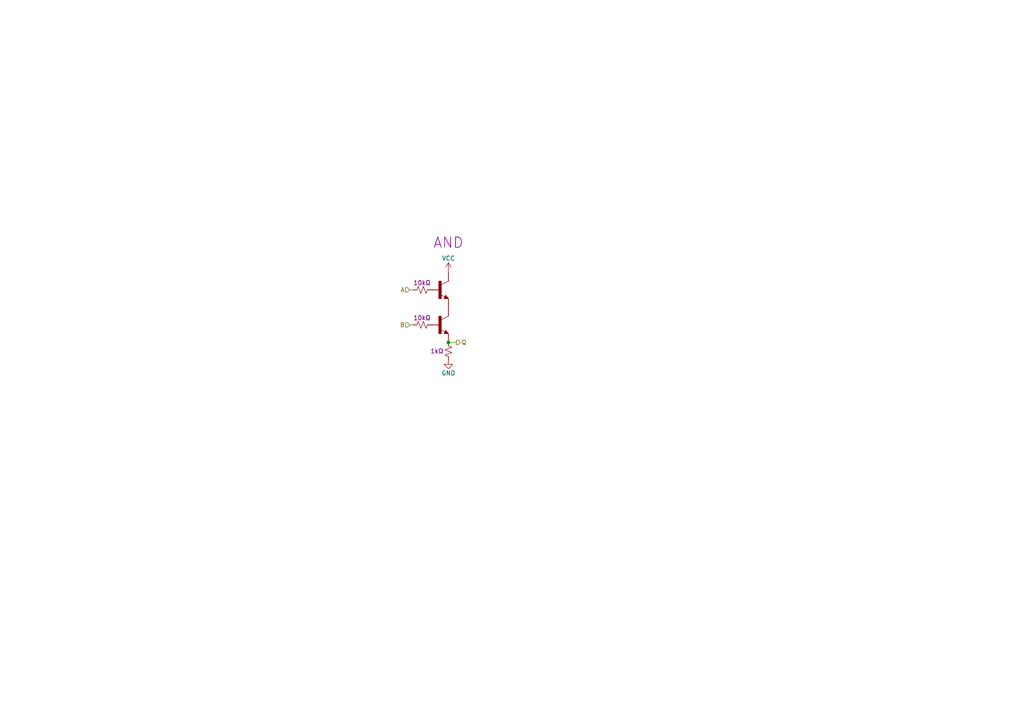
<source format=kicad_sch>
(kicad_sch (version 20211123) (generator eeschema)
  (paper "A4")
  (lib_symbols
    (symbol "Device:R_Small_US" (pin_numbers hide) (pin_names (offset 0.254) hide)
      (property "Reference" "R" (at 0.762 0.508 0))
      (property "Value" "R_Small_US" (at 0.762 -1.016 0))
      (symbol "R_Small_US_1_1"
        (polyline (pts (xy 0 0) (xy 1.016 -0.381) (xy 0 -0.762) (xy -1.016 -1.143) (xy 0 -1.524)))
        (polyline (pts (xy 0 1.524) (xy 1.016 1.143) (xy 0 0.762) (xy -1.016 0.381) (xy 0 0)))
        (pin passive line (at 0 2.54 270) (length 1.016) (name "~") (number "1"))
        (pin passive line (at 0 -2.54 90) (length 1.016) (name "~") (number "2"))
      )
    )
    (symbol "Stephen:PMBT2222A" (pin_numbers hide) (pin_names (offset 1.016) hide)
      (property "Reference" "Q" (at -10.16 7.62 0))
      (property "Value" "PMBT2222A" (at -10.16 5.08 0))
      (symbol "PMBT2222A_0_0"
        (rectangle (start -0.254 -2.54) (end 0.508 2.54) (fill (type outline)))
        (polyline (pts (xy 1.27 -2.54) (xy 1.778 -1.524)) (stroke (width 0.1524)))
        (polyline (pts (xy 1.524 -2.413) (xy 2.286 -2.413)) (stroke (width 0.254)))
        (polyline (pts (xy 1.524 -2.286) (xy 1.905 -2.286)) (stroke (width 0.254)))
        (polyline (pts (xy 1.5494 -2.032) (xy 0.3048 -1.4224)) (stroke (width 0.1524)))
        (polyline (pts (xy 1.778 -1.778) (xy 1.524 -2.286)) (stroke (width 0.254)))
        (polyline (pts (xy 1.778 -1.524) (xy 2.54 -2.54)) (stroke (width 0.1524)))
        (polyline (pts (xy 1.905 -2.286) (xy 1.778 -2.032)) (stroke (width 0.254)))
        (polyline (pts (xy 2.286 -2.413) (xy 1.778 -1.778)) (stroke (width 0.254)))
        (polyline (pts (xy 2.54 -2.54) (xy 1.27 -2.54)) (stroke (width 0.1524)))
        (polyline (pts (xy 2.54 2.54) (xy 0.508 1.524)) (stroke (width 0.1524)))
        (pin passive line (at -2.54 0 0) (length 2.54) (name "~") (number "B"))
        (pin passive line (at 2.54 5.08 270) (length 2.54) (name "~") (number "C"))
        (pin passive line (at 2.54 -5.08 90) (length 2.54) (name "~") (number "E"))
      )
    )
    (symbol "power:GND" (power) (pin_names (offset 0))
      (property "Value" "GND" (at 0 -3.81 0))
      (symbol "GND_0_1"
        (polyline (pts (xy 0 0) (xy 0 -1.27) (xy 1.27 -1.27) (xy 0 -2.54) (xy -1.27 -1.27) (xy 0 -1.27)))
      )
      (symbol "GND_1_1"
        (pin power_in line (at 0 0 270) (length 0) hide (name "GND") (number "1"))
      )
    )
    (symbol "power:VCC" (power) (pin_names (offset 0))
      (property "Value" "VCC" (at 0 3.81 0))
      (symbol "VCC_0_1"
        (polyline (pts (xy -0.762 1.27) (xy 0 2.54)))
        (polyline (pts (xy 0 0) (xy 0 2.54)))
        (polyline (pts (xy 0 2.54) (xy 0.762 1.27)))
      )
      (symbol "VCC_1_1"
        (pin power_in line (at 0 0 90) (length 0) hide (name "VCC") (number "1"))
      )
    )
  )
  (junction (at 130.048 99.314))
  (wire (pts (xy 130.048 99.314) (xy 132.334 99.314)))
  (wire (pts (xy 130.048 78.74) (xy 130.048 78.994)))
  (wire (pts (xy 118.872 94.234) (xy 119.888 94.234)))
  (wire (pts (xy 118.872 84.074) (xy 119.888 84.074)))
  (hierarchical_label "Q" (shape output) (at 132.334 99.314 0))
  (hierarchical_label "B" (shape input) (at 118.872 94.234 180))
  (hierarchical_label "A" (shape input) (at 118.872 84.074 180))
  (symbol (lib_id "Device:R_Small_US") (at 122.428 94.234 90)
    (property "Reference" "R61" (effects hide))
    (property "Value" "R_Small_US" (effects hide))
    (property "Footprint" "Resistor_SMD:R_0805_2012Metric" (effects hide))
    (property "Field4" "10kΩ" (at 122.428 92.202 90))
  )
  (symbol (lib_id "Device:R_Small_US") (at 122.428 84.074 90)
    (property "Reference" "R60" (effects hide))
    (property "Value" "R_Small_US" (effects hide))
    (property "Footprint" "Resistor_SMD:R_0805_2012Metric" (effects hide))
    (property "Field4" "10kΩ" (at 122.428 82.042 90))
  )
  (symbol (lib_id "Stephen:PMBT2222A") (at 127.508 94.234 0)
    (property "Reference" "Q18" (effects hide))
    (property "Value" "PMBT2222A" (effects hide))
    (property "Footprint" "Stephenv6:SOT23-BEC" (effects hide))
    (property "Field4" "NAND" (effects hide))
  )
  (symbol (lib_id "power:GND") (at 130.048 104.394 0)
    (property "Reference" "#PWR070" (effects hide))
    (property "Value" "GND" (at 130.048 108.204 0))
  )
  (symbol (lib_id "Stephen:PMBT2222A") (at 127.508 84.074 0)
    (property "Reference" "Q17" (effects hide))
    (property "Value" "PMBT2222A" (effects hide))
    (property "Footprint" "Stephenv6:SOT23-BEC" (effects hide))
    (property "Field4" "AND" (at 130.048 70.358 0) (effects (font (size 3 3))))
  )
  (symbol (lib_id "power:VCC") (at 130.048 78.74 0)
    (property "Reference" "#PWR069" (effects hide))
    (property "Value" "VCC" (at 130.048 74.93 0))
  )
  (symbol (lib_id "Device:R_Small_US") (at 130.048 101.854 0)
    (property "Reference" "R62" (effects hide))
    (property "Value" "R_Small_US" (effects hide))
    (property "Footprint" "Resistor_SMD:R_0805_2012Metric" (effects hide))
    (property "Field4" "1kΩ" (at 126.746 101.854 0))
  )
)
</source>
